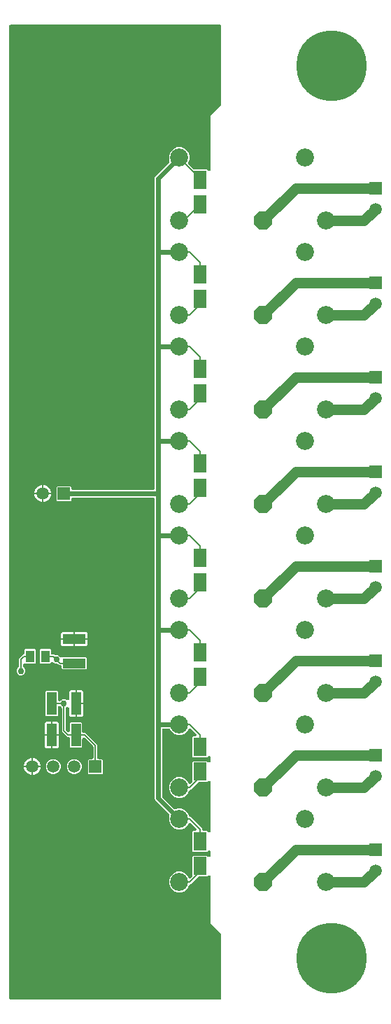
<source format=gbl>
G04 EAGLE Gerber RS-274X export*
G75*
%MOMM*%
%FSLAX34Y34*%
%LPD*%
%INBottom Copper*%
%IPPOS*%
%AMOC8*
5,1,8,0,0,1.08239X$1,22.5*%
G01*
G04 Define Apertures*
%ADD10R,1.553600X2.197800*%
%ADD11R,1.500000X1.500000*%
%ADD12C,1.500000*%
%ADD13R,1.031200X1.420200*%
%ADD14C,2.184400*%
%ADD15P,2.36437X8X22.5*%
%ADD16C,8.500000*%
%ADD17R,2.715300X1.164600*%
%ADD18R,1.164600X2.715300*%
%ADD19C,0.152400*%
%ADD20C,0.756400*%
%ADD21C,0.203200*%
%ADD22C,0.609600*%
%ADD23C,1.270000*%
G36*
X265461Y10321D02*
X266128Y10778D01*
X266563Y11460D01*
X266700Y12192D01*
X266700Y88058D01*
X266539Y88851D01*
X266105Y89495D01*
X254068Y101532D01*
X254010Y101602D01*
X254010Y101603D01*
X254000Y101701D01*
X254000Y158611D01*
X253839Y159404D01*
X253382Y160071D01*
X252701Y160506D01*
X251903Y160642D01*
X251116Y160456D01*
X250531Y160048D01*
X249699Y159216D01*
X239850Y159216D01*
X239057Y159055D01*
X238413Y158621D01*
X229646Y149854D01*
X228885Y149699D01*
X228218Y149242D01*
X227800Y148606D01*
X226451Y145350D01*
X222950Y141849D01*
X218376Y139954D01*
X213424Y139954D01*
X208850Y141849D01*
X205349Y145350D01*
X203454Y149924D01*
X203454Y154876D01*
X205349Y159450D01*
X208850Y162951D01*
X213424Y164846D01*
X218376Y164846D01*
X222950Y162951D01*
X226451Y159450D01*
X226930Y158295D01*
X227382Y157624D01*
X228059Y157183D01*
X228856Y157041D01*
X229644Y157221D01*
X230244Y157636D01*
X231413Y158805D01*
X231859Y159479D01*
X232008Y160242D01*
X232008Y183349D01*
X232901Y184242D01*
X249699Y184242D01*
X250531Y183410D01*
X251205Y182963D01*
X252000Y182815D01*
X252790Y182989D01*
X253450Y183457D01*
X253875Y184145D01*
X254000Y184847D01*
X254000Y188533D01*
X253839Y189326D01*
X253382Y189993D01*
X252701Y190428D01*
X251903Y190564D01*
X251116Y190378D01*
X250531Y189970D01*
X249699Y189138D01*
X232901Y189138D01*
X232008Y190031D01*
X232008Y213271D01*
X232901Y214164D01*
X234538Y214164D01*
X235331Y214325D01*
X235998Y214782D01*
X236434Y215464D01*
X236569Y216261D01*
X236383Y217048D01*
X235975Y217633D01*
X230244Y223364D01*
X229570Y223811D01*
X228775Y223959D01*
X227985Y223785D01*
X227325Y223318D01*
X226930Y222705D01*
X226451Y221550D01*
X222950Y218049D01*
X218376Y216154D01*
X213424Y216154D01*
X208850Y218049D01*
X205349Y221550D01*
X203454Y226124D01*
X203454Y231076D01*
X203961Y232299D01*
X204116Y233093D01*
X203948Y233884D01*
X203520Y234514D01*
X186624Y251410D01*
X185928Y253091D01*
X185928Y615696D01*
X185767Y616489D01*
X185310Y617156D01*
X184629Y617591D01*
X183896Y617728D01*
X87256Y617728D01*
X86463Y617567D01*
X85796Y617110D01*
X85361Y616429D01*
X85224Y615696D01*
X85224Y614169D01*
X84331Y613276D01*
X68069Y613276D01*
X67176Y614169D01*
X67176Y630431D01*
X68069Y631324D01*
X84331Y631324D01*
X85224Y630431D01*
X85224Y628904D01*
X85385Y628111D01*
X85842Y627444D01*
X86524Y627009D01*
X87256Y626872D01*
X183896Y626872D01*
X184689Y627033D01*
X185356Y627490D01*
X185791Y628172D01*
X185928Y628904D01*
X185928Y1004209D01*
X186624Y1005890D01*
X203520Y1022786D01*
X203967Y1023460D01*
X204115Y1024255D01*
X203961Y1025001D01*
X203454Y1026224D01*
X203454Y1031176D01*
X205349Y1035750D01*
X208850Y1039251D01*
X213424Y1041146D01*
X218376Y1041146D01*
X222950Y1039251D01*
X226451Y1035750D01*
X228346Y1031176D01*
X228346Y1026224D01*
X226997Y1022969D01*
X226843Y1022175D01*
X227010Y1021384D01*
X227438Y1020754D01*
X233333Y1014859D01*
X234007Y1014413D01*
X234770Y1014264D01*
X249699Y1014264D01*
X250531Y1013432D01*
X251205Y1012985D01*
X252000Y1012837D01*
X252790Y1013011D01*
X253450Y1013479D01*
X253875Y1014167D01*
X254000Y1014869D01*
X254000Y1079403D01*
X254009Y1079494D01*
X254009Y1079495D01*
X254071Y1079571D01*
X266105Y1091605D01*
X266551Y1092279D01*
X266700Y1093042D01*
X266700Y1187808D01*
X266539Y1188601D01*
X266082Y1189268D01*
X265401Y1189703D01*
X264668Y1189840D01*
X12192Y1189840D01*
X11399Y1189679D01*
X10732Y1189222D01*
X10297Y1188541D01*
X10160Y1187808D01*
X10160Y12192D01*
X10321Y11399D01*
X10778Y10732D01*
X11460Y10297D01*
X12192Y10160D01*
X264668Y10160D01*
X265461Y10321D01*
G37*
%LPC*%
G36*
X56556Y1113840D02*
X49903Y1115623D01*
X43937Y1119067D01*
X39067Y1123937D01*
X35623Y1129903D01*
X33840Y1136556D01*
X33840Y1143444D01*
X35623Y1150097D01*
X39067Y1156063D01*
X43937Y1160933D01*
X49903Y1164377D01*
X56556Y1166160D01*
X63444Y1166160D01*
X70097Y1164377D01*
X76063Y1160933D01*
X80933Y1156063D01*
X84377Y1150097D01*
X86160Y1143444D01*
X86160Y1136556D01*
X84377Y1129903D01*
X80933Y1123937D01*
X76063Y1119067D01*
X70097Y1115623D01*
X63444Y1113840D01*
X56556Y1113840D01*
G37*
G36*
X51562Y623062D02*
X51562Y632340D01*
X52797Y632340D01*
X56487Y630812D01*
X59312Y627987D01*
X60840Y624297D01*
X60840Y623062D01*
X51562Y623062D01*
G37*
G36*
X40760Y623062D02*
X40760Y624297D01*
X42288Y627987D01*
X45113Y630812D01*
X48803Y632340D01*
X50038Y632340D01*
X50038Y623062D01*
X40760Y623062D01*
G37*
G36*
X51562Y612260D02*
X51562Y621538D01*
X60840Y621538D01*
X60840Y620303D01*
X59312Y616613D01*
X56487Y613788D01*
X52797Y612260D01*
X51562Y612260D01*
G37*
G36*
X48803Y612260D02*
X45113Y613788D01*
X42288Y616613D01*
X40760Y620303D01*
X40760Y621538D01*
X50038Y621538D01*
X50038Y612260D01*
X48803Y612260D01*
G37*
G36*
X72784Y447316D02*
X72784Y453429D01*
X74271Y454917D01*
X88138Y454917D01*
X88138Y447316D01*
X72784Y447316D01*
G37*
G36*
X89662Y447316D02*
X89662Y454917D01*
X103529Y454917D01*
X105017Y453429D01*
X105017Y447316D01*
X89662Y447316D01*
G37*
G36*
X89662Y438191D02*
X89662Y445792D01*
X105017Y445792D01*
X105017Y439679D01*
X103529Y438191D01*
X89662Y438191D01*
G37*
G36*
X74271Y438191D02*
X72784Y439679D01*
X72784Y445792D01*
X88138Y445792D01*
X88138Y438191D01*
X74271Y438191D01*
G37*
G36*
X23075Y402364D02*
X21124Y403172D01*
X19632Y404664D01*
X18824Y406615D01*
X18824Y408725D01*
X19632Y410676D01*
X20995Y412039D01*
X21441Y412713D01*
X21590Y413476D01*
X21590Y422997D01*
X26593Y428000D01*
X27336Y428151D01*
X28003Y428608D01*
X28438Y429290D01*
X28575Y430022D01*
X28575Y433182D01*
X29468Y434075D01*
X41042Y434075D01*
X41935Y433182D01*
X41935Y417718D01*
X41042Y416825D01*
X28702Y416825D01*
X27909Y416664D01*
X27242Y416207D01*
X26807Y415526D01*
X26670Y414793D01*
X26670Y413476D01*
X26831Y412683D01*
X27265Y412039D01*
X28628Y410676D01*
X29436Y408725D01*
X29436Y406615D01*
X28628Y404664D01*
X27136Y403172D01*
X25185Y402364D01*
X23075Y402364D01*
G37*
G36*
X74692Y409699D02*
X73800Y410592D01*
X73800Y412728D01*
X73639Y413521D01*
X73181Y414188D01*
X72500Y414623D01*
X71768Y414760D01*
X70957Y414760D01*
X69978Y415739D01*
X69304Y416185D01*
X68541Y416334D01*
X66255Y416334D01*
X64304Y417142D01*
X63464Y417983D01*
X62789Y418429D01*
X61994Y418578D01*
X61204Y418404D01*
X60590Y417983D01*
X59432Y416825D01*
X47858Y416825D01*
X46965Y417718D01*
X46965Y433182D01*
X47858Y434075D01*
X59432Y434075D01*
X60325Y433182D01*
X60325Y429768D01*
X60486Y428975D01*
X60943Y428308D01*
X61625Y427873D01*
X62357Y427736D01*
X64447Y427736D01*
X64642Y427541D01*
X65316Y427095D01*
X66079Y426946D01*
X68365Y426946D01*
X70316Y426138D01*
X71940Y424514D01*
X72614Y424068D01*
X73409Y423919D01*
X74199Y424093D01*
X74637Y424393D01*
X103108Y424393D01*
X104001Y423500D01*
X104001Y410592D01*
X103108Y409699D01*
X74692Y409699D01*
G37*
G36*
X106169Y283076D02*
X105276Y283969D01*
X105276Y300231D01*
X106169Y301124D01*
X109982Y301124D01*
X110775Y301285D01*
X111442Y301742D01*
X111877Y302424D01*
X112014Y303156D01*
X112014Y315711D01*
X111853Y316504D01*
X111419Y317148D01*
X101770Y326797D01*
X101096Y327244D01*
X100301Y327392D01*
X99511Y327219D01*
X98851Y326751D01*
X98426Y326063D01*
X98301Y325360D01*
X98301Y315992D01*
X97408Y315100D01*
X84500Y315100D01*
X83607Y315992D01*
X83607Y325882D01*
X83446Y326675D01*
X82989Y327342D01*
X82308Y327777D01*
X81575Y327914D01*
X80333Y327914D01*
X73914Y334333D01*
X73914Y362241D01*
X73753Y363033D01*
X73319Y363677D01*
X72262Y364734D01*
X71588Y365181D01*
X70793Y365329D01*
X70003Y365156D01*
X69343Y364688D01*
X68918Y364000D01*
X68793Y363298D01*
X68793Y354092D01*
X67900Y353200D01*
X54992Y353200D01*
X54099Y354092D01*
X54099Y382508D01*
X54992Y383401D01*
X67900Y383401D01*
X68793Y382508D01*
X68793Y373303D01*
X68954Y372510D01*
X69411Y371843D01*
X70093Y371407D01*
X70890Y371272D01*
X71677Y371458D01*
X72262Y371866D01*
X73194Y372798D01*
X75145Y373606D01*
X77255Y373606D01*
X79319Y372751D01*
X79796Y372435D01*
X80591Y372287D01*
X81381Y372460D01*
X82041Y372928D01*
X82466Y373616D01*
X82591Y374319D01*
X82591Y382929D01*
X84079Y384417D01*
X90192Y384417D01*
X90192Y352184D01*
X84079Y352184D01*
X82591Y353671D01*
X82591Y362282D01*
X82430Y363074D01*
X81973Y363741D01*
X81292Y364177D01*
X80494Y364312D01*
X79707Y364126D01*
X79122Y363718D01*
X79081Y363677D01*
X78635Y363003D01*
X78486Y362241D01*
X78486Y337069D01*
X78647Y336276D01*
X79081Y335632D01*
X80138Y334575D01*
X80812Y334128D01*
X81607Y333980D01*
X82397Y334153D01*
X83057Y334621D01*
X83482Y335309D01*
X83607Y336012D01*
X83607Y344408D01*
X84500Y345301D01*
X97408Y345301D01*
X98301Y344408D01*
X98301Y334518D01*
X98462Y333725D01*
X98919Y333058D01*
X99601Y332623D01*
X100333Y332486D01*
X102547Y332486D01*
X116586Y318447D01*
X116586Y303156D01*
X116747Y302363D01*
X117204Y301696D01*
X117886Y301261D01*
X118618Y301124D01*
X122431Y301124D01*
X123324Y300231D01*
X123324Y283969D01*
X122431Y283076D01*
X106169Y283076D01*
G37*
G36*
X91716Y369062D02*
X91716Y384417D01*
X97829Y384417D01*
X99317Y382929D01*
X99317Y369062D01*
X91716Y369062D01*
G37*
G36*
X91716Y352184D02*
X91716Y367538D01*
X99317Y367538D01*
X99317Y353671D01*
X97829Y352184D01*
X91716Y352184D01*
G37*
G36*
X53083Y330962D02*
X53083Y344829D01*
X54571Y346317D01*
X60684Y346317D01*
X60684Y330962D01*
X53083Y330962D01*
G37*
G36*
X62208Y330962D02*
X62208Y346317D01*
X68321Y346317D01*
X69809Y344829D01*
X69809Y330962D01*
X62208Y330962D01*
G37*
G36*
X62208Y314084D02*
X62208Y329438D01*
X69809Y329438D01*
X69809Y315571D01*
X68321Y314084D01*
X62208Y314084D01*
G37*
G36*
X54571Y314084D02*
X53083Y315571D01*
X53083Y329438D01*
X60684Y329438D01*
X60684Y314084D01*
X54571Y314084D01*
G37*
G36*
X28060Y292862D02*
X28060Y294097D01*
X29588Y297787D01*
X32413Y300612D01*
X36103Y302140D01*
X37338Y302140D01*
X37338Y292862D01*
X28060Y292862D01*
G37*
G36*
X38862Y292862D02*
X38862Y302140D01*
X40097Y302140D01*
X43787Y300612D01*
X46612Y297787D01*
X48140Y294097D01*
X48140Y292862D01*
X38862Y292862D01*
G37*
G36*
X87105Y283076D02*
X83788Y284450D01*
X81250Y286988D01*
X79876Y290305D01*
X79876Y293895D01*
X81250Y297212D01*
X83788Y299750D01*
X87105Y301124D01*
X90695Y301124D01*
X94012Y299750D01*
X96550Y297212D01*
X97924Y293895D01*
X97924Y290305D01*
X96550Y286988D01*
X94012Y284450D01*
X90695Y283076D01*
X87105Y283076D01*
G37*
G36*
X61705Y283076D02*
X58388Y284450D01*
X55850Y286988D01*
X54476Y290305D01*
X54476Y293895D01*
X55850Y297212D01*
X58388Y299750D01*
X61705Y301124D01*
X65295Y301124D01*
X68612Y299750D01*
X71150Y297212D01*
X72524Y293895D01*
X72524Y290305D01*
X71150Y286988D01*
X68612Y284450D01*
X65295Y283076D01*
X61705Y283076D01*
G37*
G36*
X38862Y282060D02*
X38862Y291338D01*
X48140Y291338D01*
X48140Y290103D01*
X46612Y286413D01*
X43787Y283588D01*
X40097Y282060D01*
X38862Y282060D01*
G37*
G36*
X36103Y282060D02*
X32413Y283588D01*
X29588Y286413D01*
X28060Y290103D01*
X28060Y291338D01*
X37338Y291338D01*
X37338Y282060D01*
X36103Y282060D01*
G37*
G36*
X56556Y33840D02*
X49903Y35623D01*
X43937Y39067D01*
X39067Y43937D01*
X35623Y49903D01*
X33840Y56556D01*
X33840Y63444D01*
X35623Y70097D01*
X39067Y76063D01*
X43937Y80933D01*
X49903Y84377D01*
X56556Y86160D01*
X63444Y86160D01*
X70097Y84377D01*
X76063Y80933D01*
X80933Y76063D01*
X84377Y70097D01*
X86160Y63444D01*
X86160Y56556D01*
X84377Y49903D01*
X80933Y43937D01*
X76063Y39067D01*
X70097Y35623D01*
X63444Y33840D01*
X56556Y33840D01*
G37*
%LPD*%
G36*
X252790Y212911D02*
X253450Y213379D01*
X253875Y214067D01*
X254000Y214769D01*
X254000Y272911D01*
X253839Y273704D01*
X253382Y274371D01*
X252701Y274806D01*
X251903Y274942D01*
X251116Y274756D01*
X250531Y274348D01*
X249699Y273516D01*
X239850Y273516D01*
X239057Y273355D01*
X238413Y272921D01*
X229646Y264154D01*
X228885Y263999D01*
X228218Y263542D01*
X227800Y262906D01*
X226451Y259650D01*
X222950Y256149D01*
X218376Y254254D01*
X213424Y254254D01*
X208850Y256149D01*
X205349Y259650D01*
X203454Y264224D01*
X203454Y269176D01*
X205349Y273750D01*
X208850Y277251D01*
X213424Y279146D01*
X218376Y279146D01*
X222950Y277251D01*
X226451Y273750D01*
X226930Y272595D01*
X227382Y271924D01*
X228059Y271483D01*
X228856Y271341D01*
X229644Y271521D01*
X230244Y271936D01*
X231413Y273105D01*
X231859Y273779D01*
X232008Y274542D01*
X232008Y297649D01*
X232901Y298542D01*
X249699Y298542D01*
X250531Y297710D01*
X251205Y297263D01*
X252000Y297115D01*
X252790Y297289D01*
X253450Y297757D01*
X253875Y298445D01*
X254000Y299147D01*
X254000Y302833D01*
X253839Y303626D01*
X253382Y304293D01*
X252701Y304728D01*
X251903Y304864D01*
X251116Y304678D01*
X250531Y304270D01*
X249699Y303438D01*
X232901Y303438D01*
X232008Y304331D01*
X232008Y327571D01*
X232901Y328464D01*
X234538Y328464D01*
X235331Y328625D01*
X235998Y329082D01*
X236434Y329764D01*
X236569Y330561D01*
X236383Y331348D01*
X235975Y331933D01*
X230244Y337664D01*
X229570Y338111D01*
X228775Y338259D01*
X227985Y338085D01*
X227325Y337618D01*
X226930Y337005D01*
X226451Y335850D01*
X222950Y332349D01*
X218376Y330454D01*
X213424Y330454D01*
X208850Y332349D01*
X205349Y335850D01*
X204842Y337074D01*
X204390Y337744D01*
X203712Y338186D01*
X202965Y338328D01*
X197104Y338328D01*
X196311Y338167D01*
X195644Y337710D01*
X195209Y337029D01*
X195072Y336296D01*
X195072Y256735D01*
X195233Y255943D01*
X195667Y255299D01*
X209986Y240980D01*
X210660Y240533D01*
X211455Y240385D01*
X212201Y240539D01*
X213424Y241046D01*
X218376Y241046D01*
X222950Y239151D01*
X226451Y235650D01*
X227800Y232394D01*
X228252Y231724D01*
X228930Y231283D01*
X229646Y231146D01*
X243840Y216952D01*
X243840Y216196D01*
X244001Y215403D01*
X244458Y214736D01*
X245140Y214301D01*
X245872Y214164D01*
X249699Y214164D01*
X250531Y213332D01*
X251205Y212885D01*
X252000Y212737D01*
X252790Y212911D01*
G37*
D10*
X241300Y1001751D03*
X241300Y971829D03*
X241300Y887451D03*
X241300Y857529D03*
X241300Y773151D03*
X241300Y743229D03*
X241300Y658851D03*
X241300Y628929D03*
X241300Y544551D03*
X241300Y514629D03*
X241300Y430251D03*
X241300Y400329D03*
X241300Y315951D03*
X241300Y286029D03*
X241300Y201651D03*
X241300Y171729D03*
D11*
X114300Y292100D03*
D12*
X88900Y292100D03*
X63500Y292100D03*
X38100Y292100D03*
D11*
X453390Y191770D03*
D12*
X453390Y166370D03*
D11*
X76200Y622300D03*
D12*
X50800Y622300D03*
D11*
X453390Y991870D03*
D12*
X453390Y966470D03*
D11*
X453390Y877570D03*
D12*
X453390Y852170D03*
D11*
X453390Y763270D03*
D12*
X453390Y737870D03*
D11*
X453390Y648970D03*
D12*
X453390Y623570D03*
D11*
X453390Y534670D03*
D12*
X453390Y509270D03*
D11*
X453390Y420370D03*
D12*
X453390Y394970D03*
D11*
X453390Y306070D03*
D12*
X453390Y280670D03*
D13*
X35255Y425450D03*
X53645Y425450D03*
D14*
X215900Y952500D03*
X215900Y1028700D03*
D15*
X317500Y952500D03*
D14*
X393700Y952500D03*
X368300Y1028700D03*
X215900Y838200D03*
X215900Y914400D03*
D15*
X317500Y838200D03*
D14*
X393700Y838200D03*
X368300Y914400D03*
X215900Y723900D03*
X215900Y800100D03*
D15*
X317500Y723900D03*
D14*
X393700Y723900D03*
X368300Y800100D03*
X215900Y609600D03*
X215900Y685800D03*
D15*
X317500Y609600D03*
D14*
X393700Y609600D03*
X368300Y685800D03*
X215900Y495300D03*
X215900Y571500D03*
D15*
X317500Y495300D03*
D14*
X393700Y495300D03*
X368300Y571500D03*
X215900Y381000D03*
X215900Y457200D03*
D15*
X317500Y381000D03*
D14*
X393700Y381000D03*
X368300Y457200D03*
X215900Y266700D03*
X215900Y342900D03*
D15*
X317500Y266700D03*
D14*
X393700Y266700D03*
X368300Y342900D03*
X215900Y152400D03*
X215900Y228600D03*
D15*
X317500Y152400D03*
D14*
X393700Y152400D03*
X368300Y228600D03*
D16*
X60000Y60000D03*
X60000Y1140000D03*
X400000Y1140000D03*
X400000Y60000D03*
D17*
X88900Y417046D03*
X88900Y446554D03*
D18*
X61446Y368300D03*
X90954Y368300D03*
X90954Y330200D03*
X61446Y330200D03*
D19*
X114300Y317500D02*
X114300Y292100D01*
X114300Y317500D02*
X101600Y330200D01*
X90954Y330200D01*
X81280Y330200D01*
X76200Y335280D01*
X76200Y368300D01*
X71904Y417046D02*
X88900Y417046D01*
X71904Y417046D02*
X67310Y421640D01*
D20*
X67310Y421640D03*
D19*
X63500Y425450D02*
X53645Y425450D01*
X63500Y425450D02*
X67310Y421640D01*
D20*
X76200Y368300D03*
D19*
X61446Y368300D01*
D20*
X165100Y927100D03*
X165100Y469900D03*
X165100Y355600D03*
X165100Y127000D03*
X165100Y241300D03*
X165100Y584200D03*
X165100Y698500D03*
X165100Y812800D03*
X203200Y297180D03*
X66040Y388620D03*
X86360Y388620D03*
X66318Y482600D03*
X127000Y520700D03*
X50800Y596900D03*
X50800Y647700D03*
X76200Y584200D03*
X127000Y635000D03*
X165100Y520700D03*
X63500Y444500D03*
X38100Y444500D03*
X165100Y406400D03*
X38100Y317500D03*
X177800Y241300D03*
X127000Y241300D03*
X38100Y266700D03*
X127000Y127000D03*
X177800Y127000D03*
X127000Y749300D03*
X165100Y749300D03*
X127000Y863600D03*
X165100Y863600D03*
X127000Y977900D03*
X165100Y977900D03*
X24130Y407670D03*
D21*
X24130Y421945D01*
X27635Y425450D02*
X35255Y425450D01*
X27635Y425450D02*
X24130Y421945D01*
D22*
X76200Y622300D02*
X190500Y622300D01*
X190500Y685800D01*
X190500Y800100D01*
X190500Y914400D01*
X190500Y1003300D01*
X215900Y1028700D01*
X215900Y914400D02*
X190500Y914400D01*
X190500Y800100D02*
X215900Y800100D01*
X215900Y685800D02*
X190500Y685800D01*
X190500Y622300D02*
X190500Y571500D01*
X190500Y457200D01*
X190500Y342900D01*
X190500Y254000D01*
X215900Y228600D01*
X215900Y342900D02*
X190500Y342900D01*
X190500Y457200D02*
X215900Y457200D01*
X215900Y571500D02*
X190500Y571500D01*
D21*
X241300Y1003300D02*
X215900Y1028700D01*
X241300Y1003300D02*
X241300Y1001751D01*
X228600Y914400D02*
X215900Y914400D01*
X228600Y914400D02*
X241300Y901700D01*
X241300Y887451D01*
X228600Y800100D02*
X215900Y800100D01*
X228600Y800100D02*
X241300Y787400D01*
X241300Y773151D01*
X228600Y685800D02*
X215900Y685800D01*
X228600Y685800D02*
X241300Y673100D01*
X241300Y658851D01*
X228600Y571500D02*
X215900Y571500D01*
X228600Y571500D02*
X241300Y558800D01*
X241300Y544551D01*
X228600Y457200D02*
X215900Y457200D01*
X228600Y457200D02*
X241300Y444500D01*
X241300Y430251D01*
X228600Y342900D02*
X215900Y342900D01*
X228600Y342900D02*
X241300Y330200D01*
X241300Y315951D01*
X228600Y228600D02*
X215900Y228600D01*
X228600Y228600D02*
X241300Y215900D01*
X241300Y201651D01*
X221971Y952500D02*
X215900Y952500D01*
X221971Y952500D02*
X241300Y971829D01*
X228600Y838200D02*
X215900Y838200D01*
X228600Y838200D02*
X241300Y850900D01*
X241300Y857529D01*
X228600Y723900D02*
X215900Y723900D01*
X228600Y723900D02*
X241300Y736600D01*
X241300Y743229D01*
X228600Y609600D02*
X215900Y609600D01*
X228600Y609600D02*
X241300Y622300D01*
X241300Y628929D01*
X228600Y495300D02*
X215900Y495300D01*
X228600Y495300D02*
X241300Y508000D01*
X241300Y514629D01*
X228600Y381000D02*
X215900Y381000D01*
X228600Y381000D02*
X241300Y393700D01*
X241300Y400329D01*
X228600Y266700D02*
X215900Y266700D01*
X228600Y266700D02*
X241300Y279400D01*
X241300Y286029D01*
X228600Y152400D02*
X215900Y152400D01*
X228600Y152400D02*
X241300Y165100D01*
X241300Y171729D01*
D23*
X317500Y152400D02*
X356870Y191770D01*
X453390Y191770D01*
X356870Y306070D02*
X317500Y266700D01*
X356870Y306070D02*
X453390Y306070D01*
X356870Y420370D02*
X317500Y381000D01*
X356870Y420370D02*
X453390Y420370D01*
X356870Y534670D02*
X317500Y495300D01*
X356870Y534670D02*
X453390Y534670D01*
X356870Y648970D02*
X317500Y609600D01*
X356870Y648970D02*
X453390Y648970D01*
X356870Y763270D02*
X317500Y723900D01*
X356870Y763270D02*
X453390Y763270D01*
X356870Y877570D02*
X317500Y838200D01*
X356870Y877570D02*
X453390Y877570D01*
X356870Y991870D02*
X317500Y952500D01*
X356870Y991870D02*
X453390Y991870D01*
X439420Y952500D02*
X393700Y952500D01*
X439420Y952500D02*
X453390Y966470D01*
X439420Y838200D02*
X393700Y838200D01*
X439420Y838200D02*
X453390Y852170D01*
X439420Y723900D02*
X393700Y723900D01*
X439420Y723900D02*
X453390Y737870D01*
X439420Y609600D02*
X393700Y609600D01*
X439420Y609600D02*
X453390Y623570D01*
X439420Y495300D02*
X393700Y495300D01*
X439420Y495300D02*
X453390Y509270D01*
X439420Y381000D02*
X393700Y381000D01*
X439420Y381000D02*
X453390Y394970D01*
X439420Y266700D02*
X393700Y266700D01*
X439420Y266700D02*
X453390Y280670D01*
X439420Y152400D02*
X393700Y152400D01*
X439420Y152400D02*
X453390Y166370D01*
M02*

</source>
